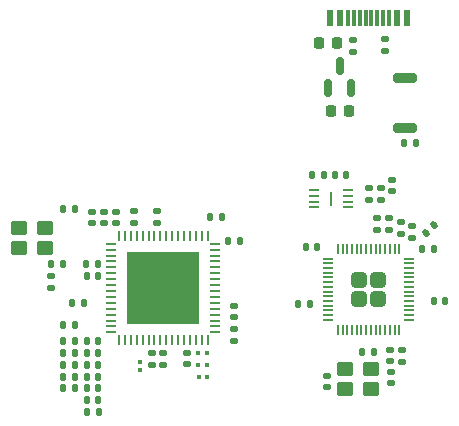
<source format=gbr>
%TF.GenerationSoftware,KiCad,Pcbnew,9.0.7*%
%TF.CreationDate,2026-01-11T23:40:51+05:30*%
%TF.ProjectId,ntp-devboard,6e74702d-6465-4766-926f-6172642e6b69,rev?*%
%TF.SameCoordinates,Original*%
%TF.FileFunction,Paste,Top*%
%TF.FilePolarity,Positive*%
%FSLAX46Y46*%
G04 Gerber Fmt 4.6, Leading zero omitted, Abs format (unit mm)*
G04 Created by KiCad (PCBNEW 9.0.7) date 2026-01-11 23:40:51*
%MOMM*%
%LPD*%
G01*
G04 APERTURE LIST*
G04 Aperture macros list*
%AMRoundRect*
0 Rectangle with rounded corners*
0 $1 Rounding radius*
0 $2 $3 $4 $5 $6 $7 $8 $9 X,Y pos of 4 corners*
0 Add a 4 corners polygon primitive as box body*
4,1,4,$2,$3,$4,$5,$6,$7,$8,$9,$2,$3,0*
0 Add four circle primitives for the rounded corners*
1,1,$1+$1,$2,$3*
1,1,$1+$1,$4,$5*
1,1,$1+$1,$6,$7*
1,1,$1+$1,$8,$9*
0 Add four rect primitives between the rounded corners*
20,1,$1+$1,$2,$3,$4,$5,0*
20,1,$1+$1,$4,$5,$6,$7,0*
20,1,$1+$1,$6,$7,$8,$9,0*
20,1,$1+$1,$8,$9,$2,$3,0*%
G04 Aperture macros list end*
%ADD10C,0.000000*%
%ADD11RoundRect,0.140000X0.170000X-0.140000X0.170000X0.140000X-0.170000X0.140000X-0.170000X-0.140000X0*%
%ADD12RoundRect,0.135000X0.135000X0.185000X-0.135000X0.185000X-0.135000X-0.185000X0.135000X-0.185000X0*%
%ADD13RoundRect,0.225000X0.225000X0.250000X-0.225000X0.250000X-0.225000X-0.250000X0.225000X-0.250000X0*%
%ADD14RoundRect,0.140000X0.140000X0.170000X-0.140000X0.170000X-0.140000X-0.170000X0.140000X-0.170000X0*%
%ADD15RoundRect,0.140000X-0.170000X0.140000X-0.170000X-0.140000X0.170000X-0.140000X0.170000X0.140000X0*%
%ADD16RoundRect,0.250000X0.450000X0.350000X-0.450000X0.350000X-0.450000X-0.350000X0.450000X-0.350000X0*%
%ADD17RoundRect,0.079500X0.079500X0.100500X-0.079500X0.100500X-0.079500X-0.100500X0.079500X-0.100500X0*%
%ADD18RoundRect,0.135000X0.185000X-0.135000X0.185000X0.135000X-0.185000X0.135000X-0.185000X-0.135000X0*%
%ADD19RoundRect,0.250000X-0.450000X-0.350000X0.450000X-0.350000X0.450000X0.350000X-0.450000X0.350000X0*%
%ADD20RoundRect,0.140000X-0.140000X-0.170000X0.140000X-0.170000X0.140000X0.170000X-0.140000X0.170000X0*%
%ADD21RoundRect,0.140000X0.021213X-0.219203X0.219203X-0.021213X-0.021213X0.219203X-0.219203X0.021213X0*%
%ADD22RoundRect,0.135000X-0.185000X0.135000X-0.185000X-0.135000X0.185000X-0.135000X0.185000X0.135000X0*%
%ADD23RoundRect,0.135000X-0.135000X-0.185000X0.135000X-0.185000X0.135000X0.185000X-0.135000X0.185000X0*%
%ADD24R,0.812800X0.254000*%
%ADD25R,0.254000X0.812800*%
%ADD26R,6.096000X6.096000*%
%ADD27RoundRect,0.200000X-0.800000X0.200000X-0.800000X-0.200000X0.800000X-0.200000X0.800000X0.200000X0*%
%ADD28RoundRect,0.249999X-0.395001X-0.395001X0.395001X-0.395001X0.395001X0.395001X-0.395001X0.395001X0*%
%ADD29RoundRect,0.050000X-0.387500X-0.050000X0.387500X-0.050000X0.387500X0.050000X-0.387500X0.050000X0*%
%ADD30RoundRect,0.050000X-0.050000X-0.387500X0.050000X-0.387500X0.050000X0.387500X-0.050000X0.387500X0*%
%ADD31R,0.600000X1.450000*%
%ADD32R,0.300000X1.450000*%
%ADD33RoundRect,0.079500X-0.100500X0.079500X-0.100500X-0.079500X0.100500X-0.079500X0.100500X0.079500X0*%
%ADD34RoundRect,0.150000X0.150000X-0.587500X0.150000X0.587500X-0.150000X0.587500X-0.150000X-0.587500X0*%
%ADD35RoundRect,0.040000X-0.040000X-0.605000X0.040000X-0.605000X0.040000X0.605000X-0.040000X0.605000X0*%
%ADD36RoundRect,0.062500X-0.387500X-0.062500X0.387500X-0.062500X0.387500X0.062500X-0.387500X0.062500X0*%
G04 APERTURE END LIST*
D10*
%TO.C,U3*%
G36*
X134376000Y-109876000D02*
G01*
X133052000Y-109876000D01*
X133052000Y-108552000D01*
X134376000Y-108552000D01*
X134376000Y-109876000D01*
G37*
G36*
X134376000Y-111400000D02*
G01*
X133052000Y-111400000D01*
X133052000Y-110076000D01*
X134376000Y-110076000D01*
X134376000Y-111400000D01*
G37*
G36*
X134376000Y-112924000D02*
G01*
X133052000Y-112924000D01*
X133052000Y-111600000D01*
X134376000Y-111600000D01*
X134376000Y-112924000D01*
G37*
G36*
X134376000Y-114448000D02*
G01*
X133052000Y-114448000D01*
X133052000Y-113124000D01*
X134376000Y-113124000D01*
X134376000Y-114448000D01*
G37*
G36*
X135900000Y-109876000D02*
G01*
X134576000Y-109876000D01*
X134576000Y-108552000D01*
X135900000Y-108552000D01*
X135900000Y-109876000D01*
G37*
G36*
X135900000Y-111400000D02*
G01*
X134576000Y-111400000D01*
X134576000Y-110076000D01*
X135900000Y-110076000D01*
X135900000Y-111400000D01*
G37*
G36*
X135900000Y-112924000D02*
G01*
X134576000Y-112924000D01*
X134576000Y-111600000D01*
X135900000Y-111600000D01*
X135900000Y-112924000D01*
G37*
G36*
X135900000Y-114448000D02*
G01*
X134576000Y-114448000D01*
X134576000Y-113124000D01*
X135900000Y-113124000D01*
X135900000Y-114448000D01*
G37*
G36*
X137424000Y-109876000D02*
G01*
X136100000Y-109876000D01*
X136100000Y-108552000D01*
X137424000Y-108552000D01*
X137424000Y-109876000D01*
G37*
G36*
X137424000Y-111400000D02*
G01*
X136100000Y-111400000D01*
X136100000Y-110076000D01*
X137424000Y-110076000D01*
X137424000Y-111400000D01*
G37*
G36*
X137424000Y-112924000D02*
G01*
X136100000Y-112924000D01*
X136100000Y-111600000D01*
X137424000Y-111600000D01*
X137424000Y-112924000D01*
G37*
G36*
X137424000Y-114448000D02*
G01*
X136100000Y-114448000D01*
X136100000Y-113124000D01*
X137424000Y-113124000D01*
X137424000Y-114448000D01*
G37*
G36*
X138948000Y-109876000D02*
G01*
X137624000Y-109876000D01*
X137624000Y-108552000D01*
X138948000Y-108552000D01*
X138948000Y-109876000D01*
G37*
G36*
X138948000Y-111400000D02*
G01*
X137624000Y-111400000D01*
X137624000Y-110076000D01*
X138948000Y-110076000D01*
X138948000Y-111400000D01*
G37*
G36*
X138948000Y-112924000D02*
G01*
X137624000Y-112924000D01*
X137624000Y-111600000D01*
X138948000Y-111600000D01*
X138948000Y-112924000D01*
G37*
G36*
X138948000Y-114448000D02*
G01*
X137624000Y-114448000D01*
X137624000Y-113124000D01*
X138948000Y-113124000D01*
X138948000Y-114448000D01*
G37*
%TD*%
D11*
%TO.C,C6*%
X154425000Y-104030000D03*
X154425000Y-103070000D03*
%TD*%
D12*
%TO.C,R10*%
X142520000Y-107500000D03*
X141500000Y-107500000D03*
%TD*%
D11*
%TO.C,C5*%
X157075000Y-107230000D03*
X157075000Y-106270000D03*
%TD*%
D13*
%TO.C,C13*%
X150740000Y-90780000D03*
X149190000Y-90780000D03*
%TD*%
D14*
%TO.C,C4*%
X149005000Y-108000000D03*
X148045000Y-108000000D03*
%TD*%
D15*
%TO.C,C2*%
X155175000Y-116750000D03*
X155175000Y-117710000D03*
%TD*%
D16*
%TO.C,Y1*%
X153625000Y-118380000D03*
X151425000Y-118380000D03*
X151425000Y-120080000D03*
X153625000Y-120080000D03*
%TD*%
D17*
%TO.C,FB2*%
X139665000Y-118000000D03*
X138975000Y-118000000D03*
%TD*%
D18*
%TO.C,R12*%
X142000000Y-116020000D03*
X142000000Y-115000000D03*
%TD*%
D19*
%TO.C,Y2*%
X123800000Y-106400000D03*
X126000000Y-106400000D03*
X126000000Y-108100000D03*
X123800000Y-108100000D03*
%TD*%
D20*
%TO.C,C33*%
X129540000Y-119000000D03*
X130500000Y-119000000D03*
%TD*%
D14*
%TO.C,C20*%
X130460000Y-121000000D03*
X129500000Y-121000000D03*
%TD*%
D21*
%TO.C,C1*%
X158235589Y-106864411D03*
X158914411Y-106185589D03*
%TD*%
D22*
%TO.C,R15*%
X135500000Y-105000000D03*
X135500000Y-106020000D03*
%TD*%
D11*
%TO.C,C7*%
X155385000Y-103290000D03*
X155385000Y-102330000D03*
%TD*%
D23*
%TO.C,R7*%
X148585000Y-101970000D03*
X149605000Y-101970000D03*
%TD*%
D11*
%TO.C,C19*%
X126500000Y-111460000D03*
X126500000Y-110500000D03*
%TD*%
D15*
%TO.C,C15*%
X149875000Y-118920000D03*
X149875000Y-119880000D03*
%TD*%
D14*
%TO.C,C29*%
X128500000Y-114650000D03*
X127540000Y-114650000D03*
%TD*%
D23*
%TO.C,R8*%
X126490000Y-109500000D03*
X127510000Y-109500000D03*
%TD*%
%TO.C,R6*%
X156390000Y-99250000D03*
X157410000Y-99250000D03*
%TD*%
D24*
%TO.C,U3*%
X131605800Y-107750000D03*
X131605800Y-108249999D03*
X131605800Y-108750000D03*
X131605800Y-109249999D03*
X131605800Y-109750001D03*
X131605800Y-110250000D03*
X131605800Y-110749999D03*
X131605800Y-111250000D03*
X131605800Y-111750000D03*
X131605800Y-112250001D03*
X131605800Y-112750000D03*
X131605800Y-113249999D03*
X131605800Y-113750001D03*
X131605800Y-114250000D03*
X131605800Y-114750001D03*
X131605800Y-115250000D03*
D25*
X132250000Y-115894200D03*
X132749999Y-115894200D03*
X133250000Y-115894200D03*
X133749999Y-115894200D03*
X134250001Y-115894200D03*
X134750000Y-115894200D03*
X135249999Y-115894200D03*
X135750000Y-115894200D03*
X136250000Y-115894200D03*
X136750001Y-115894200D03*
X137250000Y-115894200D03*
X137749999Y-115894200D03*
X138250001Y-115894200D03*
X138750000Y-115894200D03*
X139250001Y-115894200D03*
X139750000Y-115894200D03*
D24*
X140394200Y-115250000D03*
X140394200Y-114750001D03*
X140394200Y-114250000D03*
X140394200Y-113750001D03*
X140394200Y-113249999D03*
X140394200Y-112750000D03*
X140394200Y-112250001D03*
X140394200Y-111750000D03*
X140394200Y-111250000D03*
X140394200Y-110749999D03*
X140394200Y-110250000D03*
X140394200Y-109750001D03*
X140394200Y-109249999D03*
X140394200Y-108750000D03*
X140394200Y-108249999D03*
X140394200Y-107750000D03*
D25*
X139750000Y-107105800D03*
X139250001Y-107105800D03*
X138750000Y-107105800D03*
X138250001Y-107105800D03*
X137749999Y-107105800D03*
X137250000Y-107105800D03*
X136750001Y-107105800D03*
X136250000Y-107105800D03*
X135750000Y-107105800D03*
X135249999Y-107105800D03*
X134750000Y-107105800D03*
X134250001Y-107105800D03*
X133749999Y-107105800D03*
X133250000Y-107105800D03*
X132749999Y-107105800D03*
X132250000Y-107105800D03*
D26*
X136000000Y-111500000D03*
%TD*%
D11*
%TO.C,C11*%
X156100000Y-106900000D03*
X156100000Y-105940000D03*
%TD*%
D15*
%TO.C,C37*%
X142000000Y-113020000D03*
X142000000Y-113980000D03*
%TD*%
%TO.C,C10*%
X156215000Y-116760000D03*
X156215000Y-117720000D03*
%TD*%
D11*
%TO.C,C36*%
X133500000Y-105960000D03*
X133500000Y-105000000D03*
%TD*%
D27*
%TO.C,SW1*%
X156425000Y-93750000D03*
X156425000Y-97950000D03*
%TD*%
D17*
%TO.C,FB3*%
X139690000Y-119000000D03*
X139000000Y-119000000D03*
%TD*%
D15*
%TO.C,C38*%
X138000000Y-117000000D03*
X138000000Y-117960000D03*
%TD*%
D12*
%TO.C,R5*%
X153825000Y-116910000D03*
X152805000Y-116910000D03*
%TD*%
D15*
%TO.C,C23*%
X135000000Y-117040000D03*
X135000000Y-118000000D03*
%TD*%
D11*
%TO.C,C35*%
X132000000Y-106000000D03*
X132000000Y-105040000D03*
%TD*%
D13*
%TO.C,C14*%
X151750000Y-96550000D03*
X150200000Y-96550000D03*
%TD*%
D12*
%TO.C,R13*%
X129250000Y-112750000D03*
X128230000Y-112750000D03*
%TD*%
D23*
%TO.C,R9*%
X139990000Y-105500000D03*
X141010000Y-105500000D03*
%TD*%
D14*
%TO.C,C27*%
X128500000Y-117000000D03*
X127540000Y-117000000D03*
%TD*%
D17*
%TO.C,FB1*%
X139665000Y-117000000D03*
X138975000Y-117000000D03*
%TD*%
D22*
%TO.C,R2*%
X154765000Y-90410000D03*
X154765000Y-91430000D03*
%TD*%
D20*
%TO.C,C18*%
X127540000Y-104800000D03*
X128500000Y-104800000D03*
%TD*%
D22*
%TO.C,R3*%
X154050000Y-105580000D03*
X154050000Y-106600000D03*
%TD*%
D28*
%TO.C,U1*%
X152575000Y-110800000D03*
X152575000Y-112400000D03*
X154175000Y-110800000D03*
X154175000Y-112400000D03*
D29*
X149937500Y-109000000D03*
X149937500Y-109400000D03*
X149937500Y-109800000D03*
X149937500Y-110200000D03*
X149937500Y-110600000D03*
X149937500Y-111000000D03*
X149937500Y-111400000D03*
X149937500Y-111800000D03*
X149937500Y-112200000D03*
X149937500Y-112600000D03*
X149937500Y-113000000D03*
X149937500Y-113400000D03*
X149937500Y-113800000D03*
X149937500Y-114200000D03*
D30*
X150775000Y-115037500D03*
X151175000Y-115037500D03*
X151575000Y-115037500D03*
X151975000Y-115037500D03*
X152375000Y-115037500D03*
X152775000Y-115037500D03*
X153175000Y-115037500D03*
X153575000Y-115037500D03*
X153975000Y-115037500D03*
X154375000Y-115037500D03*
X154775000Y-115037500D03*
X155175000Y-115037500D03*
X155575000Y-115037500D03*
X155975000Y-115037500D03*
D29*
X156812500Y-114200000D03*
X156812500Y-113800000D03*
X156812500Y-113400000D03*
X156812500Y-113000000D03*
X156812500Y-112600000D03*
X156812500Y-112200000D03*
X156812500Y-111800000D03*
X156812500Y-111400000D03*
X156812500Y-111000000D03*
X156812500Y-110600000D03*
X156812500Y-110200000D03*
X156812500Y-109800000D03*
X156812500Y-109400000D03*
X156812500Y-109000000D03*
D30*
X155975000Y-108162500D03*
X155575000Y-108162500D03*
X155175000Y-108162500D03*
X154775000Y-108162500D03*
X154375000Y-108162500D03*
X153975000Y-108162500D03*
X153575000Y-108162500D03*
X153175000Y-108162500D03*
X152775000Y-108162500D03*
X152375000Y-108162500D03*
X151975000Y-108162500D03*
X151575000Y-108162500D03*
X151175000Y-108162500D03*
X150775000Y-108162500D03*
%TD*%
D31*
%TO.C,J1*%
X156625000Y-88645000D03*
X155825000Y-88645000D03*
D32*
X154625000Y-88645000D03*
X153625000Y-88645000D03*
X153125000Y-88645000D03*
X152125000Y-88645000D03*
D31*
X150925000Y-88645000D03*
X150125000Y-88645000D03*
X150125000Y-88645000D03*
X150925000Y-88645000D03*
D32*
X151625000Y-88645000D03*
X152625000Y-88645000D03*
X154125000Y-88645000D03*
X155125000Y-88645000D03*
D31*
X155825000Y-88645000D03*
X156625000Y-88645000D03*
%TD*%
D11*
%TO.C,C16*%
X155300000Y-119580000D03*
X155300000Y-118620000D03*
%TD*%
D20*
%TO.C,C9*%
X158915000Y-112580000D03*
X159875000Y-112580000D03*
%TD*%
%TO.C,C32*%
X129500000Y-118000000D03*
X130460000Y-118000000D03*
%TD*%
D11*
%TO.C,C40*%
X131000000Y-106000000D03*
X131000000Y-105040000D03*
%TD*%
D22*
%TO.C,R1*%
X152025000Y-90480000D03*
X152025000Y-91500000D03*
%TD*%
D20*
%TO.C,C31*%
X129500000Y-117000000D03*
X130460000Y-117000000D03*
%TD*%
D11*
%TO.C,C12*%
X153400000Y-104025000D03*
X153400000Y-103065000D03*
%TD*%
D20*
%TO.C,C30*%
X129500000Y-116000000D03*
X130460000Y-116000000D03*
%TD*%
D33*
%TO.C,FB4*%
X134000000Y-117775000D03*
X134000000Y-118465000D03*
%TD*%
D20*
%TO.C,C8*%
X157925000Y-108175000D03*
X158885000Y-108175000D03*
%TD*%
D22*
%TO.C,R4*%
X155100000Y-105580000D03*
X155100000Y-106600000D03*
%TD*%
D14*
%TO.C,C34*%
X130500000Y-110500000D03*
X129540000Y-110500000D03*
%TD*%
%TO.C,C24*%
X128500000Y-120000000D03*
X127540000Y-120000000D03*
%TD*%
%TO.C,C17*%
X151505000Y-101950000D03*
X150545000Y-101950000D03*
%TD*%
D12*
%TO.C,R11*%
X130520000Y-122000000D03*
X129500000Y-122000000D03*
%TD*%
D14*
%TO.C,C25*%
X128500000Y-119000000D03*
X127540000Y-119000000D03*
%TD*%
D15*
%TO.C,C22*%
X136000000Y-117040000D03*
X136000000Y-118000000D03*
%TD*%
D12*
%TO.C,R16*%
X130510000Y-109500000D03*
X129490000Y-109500000D03*
%TD*%
D34*
%TO.C,U2*%
X149975000Y-94587500D03*
X151875000Y-94587500D03*
X150925000Y-92712500D03*
%TD*%
D14*
%TO.C,C21*%
X130460000Y-120000000D03*
X129500000Y-120000000D03*
%TD*%
%TO.C,C3*%
X148405000Y-112830000D03*
X147445000Y-112830000D03*
%TD*%
D35*
%TO.C,U4*%
X150175000Y-103925000D03*
D36*
X148750000Y-103175000D03*
X148750000Y-103675000D03*
X148750000Y-104175000D03*
X148750000Y-104675000D03*
X151600000Y-104675000D03*
X151600000Y-104175000D03*
X151600000Y-103675000D03*
X151600000Y-103175000D03*
%TD*%
D14*
%TO.C,C26*%
X128500000Y-118000000D03*
X127540000Y-118000000D03*
%TD*%
D11*
%TO.C,C39*%
X130000000Y-106000000D03*
X130000000Y-105040000D03*
%TD*%
D14*
%TO.C,C28*%
X128500000Y-116000000D03*
X127540000Y-116000000D03*
%TD*%
M02*

</source>
